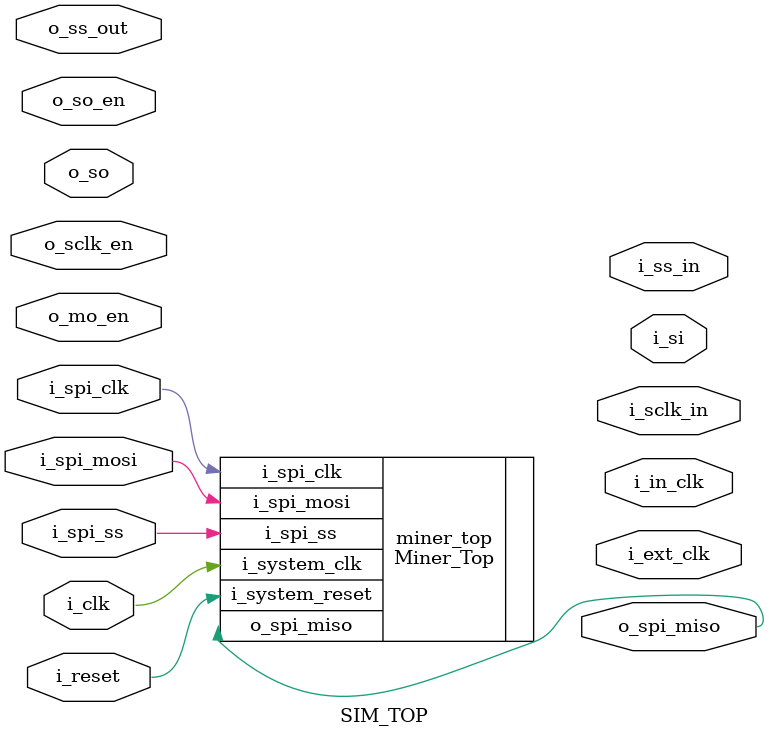
<source format=v>
module SIM_TOP #(
  // Compile time configurable generic parameters
  parameter integer P_LOOP_LOG2        = 4, // Valid range: [0, 5]
  parameter integer P_SPI_MODE         = 0, // 0, 1, 2, 3
  parameter integer P_NONCE_SEED       = 0, //3938194598,
  parameter integer P_CDC_SYNCH_LEVELS = 2,
  parameter integer P_P2S_FIFO_DEPTH   = 16,
  parameter integer P_ANLOGIC_EG4      = 0  //
)(
  // Component's clocks and resets
  input i_clk,   // Main Clock
  input i_reset, // Synchronous Reset
  // SPI Interface
  input  i_spi_clk,  // 
  output o_spi_miso, // 
  input  i_spi_mosi, // 
  input  i_spi_ss,  // 
  // Stubs
  input  o_mo_en,
  input  o_sclk_en,
  input  o_ss_out,
  input  o_so,
  input  o_so_en,
  output i_si,
  output i_sclk_in,
  output i_ss_in,
  output i_in_clk,
  output i_ext_clk //
);
  ///////////////////////////////////////////////////////////////////////////////
  // Internal Parameter Declarations
  ///////////////////////////////////////////////////////////////////////////////

  ///////////////////////////////////////////////////////////////////////////////
  // Internal Signals Declarations
  ///////////////////////////////////////////////////////////////////////////////

  ///////////////////////////////////////////////////////////////////////////////
  //            ********      Architecture Declaration      ********           //
  ///////////////////////////////////////////////////////////////////////////////

  ///////////////////////////////////////////////////////////////////////////////
  // Instance    : div
  // Description : Instance of a Goldschmidt Division implementation.
  ///////////////////////////////////////////////////////////////////////////////
  Miner_Top #( 
    .P_LOOP_LOG2(P_LOOP_LOG2),  // P_LOOP_LOG2
    .P_SPI_MODE(P_SPI_MODE),   // P_SPI_MODE
    .P_NONCE_SEED(P_NONCE_SEED),
    .P_P2S_FIFO_DEPTH(P_P2S_FIFO_DEPTH),
    .P_CDC_SYNCH_LEVELS(P_CDC_SYNCH_LEVELS),
    .P_ANLOGIC_EG4(P_ANLOGIC_EG4) //
  ) miner_top (
    //
    .i_system_clk(i_clk),  // 
    .i_system_reset(i_reset), //
    // SPI Interface
    .i_spi_clk(i_spi_clk),  //
    .o_spi_miso(o_spi_miso), //
    .i_spi_mosi(i_spi_mosi), //
    .i_spi_ss(i_spi_ss)    // 
  );

endmodule

</source>
